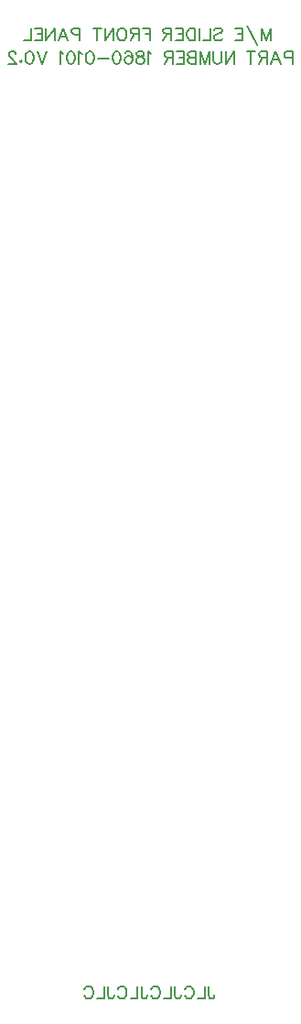
<source format=gbo>
G04 Layer: BottomSilkscreenLayer*
G04 EasyEDA v6.5.29, 2023-07-16 15:11:24*
G04 63e7fe2a966c4c1a99b2cd883c34ad4b,5a6b42c53f6a479593ecc07194224c93,10*
G04 Gerber Generator version 0.2*
G04 Scale: 100 percent, Rotated: No, Reflected: No *
G04 Dimensions in millimeters *
G04 leading zeros omitted , absolute positions ,4 integer and 5 decimal *
%FSLAX45Y45*%
%MOMM*%

%ADD10C,0.2032*%

%LPD*%
D10*
X2806700Y11843189D02*
G01*
X2806700Y11728645D01*
X2806700Y11843189D02*
G01*
X2757609Y11843189D01*
X2741246Y11837736D01*
X2735790Y11832282D01*
X2730337Y11821373D01*
X2730337Y11805008D01*
X2735790Y11794098D01*
X2741246Y11788645D01*
X2757609Y11783189D01*
X2806700Y11783189D01*
X2650700Y11843189D02*
G01*
X2694335Y11728645D01*
X2650700Y11843189D02*
G01*
X2607063Y11728645D01*
X2677972Y11766826D02*
G01*
X2623428Y11766826D01*
X2571064Y11843189D02*
G01*
X2571064Y11728645D01*
X2571064Y11843189D02*
G01*
X2521973Y11843189D01*
X2505610Y11837736D01*
X2500155Y11832282D01*
X2494701Y11821373D01*
X2494701Y11810464D01*
X2500155Y11799554D01*
X2505610Y11794098D01*
X2521973Y11788645D01*
X2571064Y11788645D01*
X2532882Y11788645D02*
G01*
X2494701Y11728645D01*
X2420518Y11843189D02*
G01*
X2420518Y11728645D01*
X2458699Y11843189D02*
G01*
X2382337Y11843189D01*
X2262337Y11843189D02*
G01*
X2262337Y11728645D01*
X2262337Y11843189D02*
G01*
X2185974Y11728645D01*
X2185974Y11843189D02*
G01*
X2185974Y11728645D01*
X2149972Y11843189D02*
G01*
X2149972Y11761373D01*
X2144519Y11745008D01*
X2133610Y11734098D01*
X2117247Y11728645D01*
X2106338Y11728645D01*
X2089972Y11734098D01*
X2079066Y11745008D01*
X2073610Y11761373D01*
X2073610Y11843189D01*
X2037610Y11843189D02*
G01*
X2037610Y11728645D01*
X2037610Y11843189D02*
G01*
X1993973Y11728645D01*
X1950338Y11843189D02*
G01*
X1993973Y11728645D01*
X1950338Y11843189D02*
G01*
X1950338Y11728645D01*
X1914337Y11843189D02*
G01*
X1914337Y11728645D01*
X1914337Y11843189D02*
G01*
X1865246Y11843189D01*
X1848883Y11837736D01*
X1843430Y11832282D01*
X1837974Y11821373D01*
X1837974Y11810464D01*
X1843430Y11799554D01*
X1848883Y11794098D01*
X1865246Y11788645D01*
X1914337Y11788645D02*
G01*
X1865246Y11788645D01*
X1848883Y11783189D01*
X1843430Y11777736D01*
X1837974Y11766826D01*
X1837974Y11750464D01*
X1843430Y11739554D01*
X1848883Y11734098D01*
X1865246Y11728645D01*
X1914337Y11728645D01*
X1801975Y11843189D02*
G01*
X1801975Y11728645D01*
X1801975Y11843189D02*
G01*
X1731065Y11843189D01*
X1801975Y11788645D02*
G01*
X1758337Y11788645D01*
X1801975Y11728645D02*
G01*
X1731065Y11728645D01*
X1695066Y11843189D02*
G01*
X1695066Y11728645D01*
X1695066Y11843189D02*
G01*
X1645975Y11843189D01*
X1629610Y11837736D01*
X1624157Y11832282D01*
X1618701Y11821373D01*
X1618701Y11810464D01*
X1624157Y11799554D01*
X1629610Y11794098D01*
X1645975Y11788645D01*
X1695066Y11788645D01*
X1656885Y11788645D02*
G01*
X1618701Y11728645D01*
X1498701Y11821373D02*
G01*
X1487792Y11826826D01*
X1471429Y11843189D01*
X1471429Y11728645D01*
X1408158Y11843189D02*
G01*
X1424520Y11837736D01*
X1429974Y11826826D01*
X1429974Y11815917D01*
X1424520Y11805008D01*
X1413611Y11799554D01*
X1391793Y11794098D01*
X1375430Y11788645D01*
X1364521Y11777736D01*
X1359067Y11766826D01*
X1359067Y11750464D01*
X1364521Y11739554D01*
X1369974Y11734098D01*
X1386339Y11728645D01*
X1408158Y11728645D01*
X1424520Y11734098D01*
X1429974Y11739554D01*
X1435430Y11750464D01*
X1435430Y11766826D01*
X1429974Y11777736D01*
X1419067Y11788645D01*
X1402702Y11794098D01*
X1380883Y11799554D01*
X1369974Y11805008D01*
X1364521Y11815917D01*
X1364521Y11826826D01*
X1369974Y11837736D01*
X1386339Y11843189D01*
X1408158Y11843189D01*
X1257612Y11826826D02*
G01*
X1263065Y11837736D01*
X1279431Y11843189D01*
X1290340Y11843189D01*
X1306702Y11837736D01*
X1317612Y11821373D01*
X1323065Y11794098D01*
X1323065Y11766826D01*
X1317612Y11745008D01*
X1306702Y11734098D01*
X1290340Y11728645D01*
X1284884Y11728645D01*
X1268521Y11734098D01*
X1257612Y11745008D01*
X1252156Y11761373D01*
X1252156Y11766826D01*
X1257612Y11783189D01*
X1268521Y11794098D01*
X1284884Y11799554D01*
X1290340Y11799554D01*
X1306702Y11794098D01*
X1317612Y11783189D01*
X1323065Y11766826D01*
X1183431Y11843189D02*
G01*
X1199794Y11837736D01*
X1210703Y11821373D01*
X1216157Y11794098D01*
X1216157Y11777736D01*
X1210703Y11750464D01*
X1199794Y11734098D01*
X1183431Y11728645D01*
X1172522Y11728645D01*
X1156157Y11734098D01*
X1145247Y11750464D01*
X1139794Y11777736D01*
X1139794Y11794098D01*
X1145247Y11821373D01*
X1156157Y11837736D01*
X1172522Y11843189D01*
X1183431Y11843189D01*
X1103795Y11777736D02*
G01*
X1005613Y11777736D01*
X936886Y11843189D02*
G01*
X953249Y11837736D01*
X964158Y11821373D01*
X969611Y11794098D01*
X969611Y11777736D01*
X964158Y11750464D01*
X953249Y11734098D01*
X936886Y11728645D01*
X925977Y11728645D01*
X909612Y11734098D01*
X898702Y11750464D01*
X893249Y11777736D01*
X893249Y11794098D01*
X898702Y11821373D01*
X909612Y11837736D01*
X925977Y11843189D01*
X936886Y11843189D01*
X857250Y11821373D02*
G01*
X846340Y11826826D01*
X829975Y11843189D01*
X829975Y11728645D01*
X761250Y11843189D02*
G01*
X777613Y11837736D01*
X788522Y11821373D01*
X793976Y11794098D01*
X793976Y11777736D01*
X788522Y11750464D01*
X777613Y11734098D01*
X761250Y11728645D01*
X750341Y11728645D01*
X733976Y11734098D01*
X723066Y11750464D01*
X717613Y11777736D01*
X717613Y11794098D01*
X723066Y11821373D01*
X733976Y11837736D01*
X750341Y11843189D01*
X761250Y11843189D01*
X681614Y11821373D02*
G01*
X670704Y11826826D01*
X654339Y11843189D01*
X654339Y11728645D01*
X534339Y11843189D02*
G01*
X490705Y11728645D01*
X447067Y11843189D02*
G01*
X490705Y11728645D01*
X378340Y11843189D02*
G01*
X394705Y11837736D01*
X405615Y11821373D01*
X411068Y11794098D01*
X411068Y11777736D01*
X405615Y11750464D01*
X394705Y11734098D01*
X378340Y11728645D01*
X367431Y11728645D01*
X351068Y11734098D01*
X340159Y11750464D01*
X334705Y11777736D01*
X334705Y11794098D01*
X340159Y11821373D01*
X351068Y11837736D01*
X367431Y11843189D01*
X378340Y11843189D01*
X293250Y11755917D02*
G01*
X298704Y11750464D01*
X293250Y11745008D01*
X287794Y11750464D01*
X293250Y11755917D01*
X246341Y11815917D02*
G01*
X246341Y11821373D01*
X240885Y11832282D01*
X235432Y11837736D01*
X224523Y11843189D01*
X202704Y11843189D01*
X191795Y11837736D01*
X186342Y11832282D01*
X180886Y11821373D01*
X180886Y11810464D01*
X186342Y11799554D01*
X197251Y11783189D01*
X251795Y11728645D01*
X175432Y11728645D01*
X2028190Y3194557D02*
G01*
X2028190Y3107181D01*
X2033777Y3090926D01*
X2039111Y3085337D01*
X2050034Y3080004D01*
X2060956Y3080004D01*
X2071877Y3085337D01*
X2077465Y3090926D01*
X2082800Y3107181D01*
X2082800Y3118104D01*
X1992375Y3194557D02*
G01*
X1992375Y3080004D01*
X1992375Y3080004D02*
G01*
X1926843Y3080004D01*
X1808988Y3167126D02*
G01*
X1814322Y3178047D01*
X1825243Y3188970D01*
X1836165Y3194557D01*
X1858009Y3194557D01*
X1868931Y3188970D01*
X1879854Y3178047D01*
X1885441Y3167126D01*
X1890775Y3150870D01*
X1890775Y3123692D01*
X1885441Y3107181D01*
X1879854Y3096260D01*
X1868931Y3085337D01*
X1858009Y3080004D01*
X1836165Y3080004D01*
X1825243Y3085337D01*
X1814322Y3096260D01*
X1808988Y3107181D01*
X1718563Y3194557D02*
G01*
X1718563Y3107181D01*
X1723897Y3090926D01*
X1729231Y3085337D01*
X1740154Y3080004D01*
X1751075Y3080004D01*
X1761997Y3085337D01*
X1767586Y3090926D01*
X1772920Y3107181D01*
X1772920Y3118104D01*
X1682495Y3194557D02*
G01*
X1682495Y3080004D01*
X1682495Y3080004D02*
G01*
X1616963Y3080004D01*
X1499108Y3167126D02*
G01*
X1504695Y3178047D01*
X1515618Y3188970D01*
X1526540Y3194557D01*
X1548129Y3194557D01*
X1559052Y3188970D01*
X1569974Y3178047D01*
X1575561Y3167126D01*
X1580895Y3150870D01*
X1580895Y3123692D01*
X1575561Y3107181D01*
X1569974Y3096260D01*
X1559052Y3085337D01*
X1548129Y3080004D01*
X1526540Y3080004D01*
X1515618Y3085337D01*
X1504695Y3096260D01*
X1499108Y3107181D01*
X1408684Y3194557D02*
G01*
X1408684Y3107181D01*
X1414018Y3090926D01*
X1419606Y3085337D01*
X1430527Y3080004D01*
X1441450Y3080004D01*
X1452372Y3085337D01*
X1457706Y3090926D01*
X1463040Y3107181D01*
X1463040Y3118104D01*
X1372615Y3194557D02*
G01*
X1372615Y3080004D01*
X1372615Y3080004D02*
G01*
X1307084Y3080004D01*
X1189227Y3167126D02*
G01*
X1194815Y3178047D01*
X1205738Y3188970D01*
X1216659Y3194557D01*
X1238504Y3194557D01*
X1249425Y3188970D01*
X1260347Y3178047D01*
X1265681Y3167126D01*
X1271270Y3150870D01*
X1271270Y3123692D01*
X1265681Y3107181D01*
X1260347Y3096260D01*
X1249425Y3085337D01*
X1238504Y3080004D01*
X1216659Y3080004D01*
X1205738Y3085337D01*
X1194815Y3096260D01*
X1189227Y3107181D01*
X1098804Y3194557D02*
G01*
X1098804Y3107181D01*
X1104138Y3090926D01*
X1109725Y3085337D01*
X1120647Y3080004D01*
X1131570Y3080004D01*
X1142491Y3085337D01*
X1147825Y3090926D01*
X1153413Y3107181D01*
X1153413Y3118104D01*
X1062736Y3194557D02*
G01*
X1062736Y3080004D01*
X1062736Y3080004D02*
G01*
X997458Y3080004D01*
X879602Y3167126D02*
G01*
X884936Y3178047D01*
X895858Y3188970D01*
X906779Y3194557D01*
X928624Y3194557D01*
X939545Y3188970D01*
X950468Y3178047D01*
X955802Y3167126D01*
X961390Y3150870D01*
X961390Y3123692D01*
X955802Y3107181D01*
X950468Y3096260D01*
X939545Y3085337D01*
X928624Y3080004D01*
X906779Y3080004D01*
X895858Y3085337D01*
X884936Y3096260D01*
X879602Y3107181D01*
X2603500Y12059089D02*
G01*
X2603500Y11944545D01*
X2603500Y12059089D02*
G01*
X2559862Y11944545D01*
X2516228Y12059089D02*
G01*
X2559862Y11944545D01*
X2516228Y12059089D02*
G01*
X2516228Y11944545D01*
X2382045Y12080908D02*
G01*
X2480228Y11906364D01*
X2346045Y12059089D02*
G01*
X2346045Y11944545D01*
X2346045Y12059089D02*
G01*
X2275136Y12059089D01*
X2346045Y12004545D02*
G01*
X2302410Y12004545D01*
X2346045Y11944545D02*
G01*
X2275136Y11944545D01*
X2078774Y12042726D02*
G01*
X2089683Y12053636D01*
X2106046Y12059089D01*
X2127864Y12059089D01*
X2144227Y12053636D01*
X2155136Y12042726D01*
X2155136Y12031817D01*
X2149683Y12020908D01*
X2144227Y12015454D01*
X2133318Y12009998D01*
X2100592Y11999089D01*
X2089683Y11993636D01*
X2084227Y11988182D01*
X2078774Y11977273D01*
X2078774Y11960908D01*
X2089683Y11949998D01*
X2106046Y11944545D01*
X2127864Y11944545D01*
X2144227Y11949998D01*
X2155136Y11960908D01*
X2042774Y12059089D02*
G01*
X2042774Y11944545D01*
X2042774Y11944545D02*
G01*
X1977318Y11944545D01*
X1941319Y12059089D02*
G01*
X1941319Y11944545D01*
X1905320Y12059089D02*
G01*
X1905320Y11944545D01*
X1905320Y12059089D02*
G01*
X1867138Y12059089D01*
X1850773Y12053636D01*
X1839864Y12042726D01*
X1834410Y12031817D01*
X1828954Y12015454D01*
X1828954Y11988182D01*
X1834410Y11971817D01*
X1839864Y11960908D01*
X1850773Y11949998D01*
X1867138Y11944545D01*
X1905320Y11944545D01*
X1792955Y12059089D02*
G01*
X1792955Y11944545D01*
X1792955Y12059089D02*
G01*
X1722046Y12059089D01*
X1792955Y12004545D02*
G01*
X1749320Y12004545D01*
X1792955Y11944545D02*
G01*
X1722046Y11944545D01*
X1686046Y12059089D02*
G01*
X1686046Y11944545D01*
X1686046Y12059089D02*
G01*
X1636956Y12059089D01*
X1620593Y12053636D01*
X1615137Y12048182D01*
X1609684Y12037273D01*
X1609684Y12026364D01*
X1615137Y12015454D01*
X1620593Y12009998D01*
X1636956Y12004545D01*
X1686046Y12004545D01*
X1647865Y12004545D02*
G01*
X1609684Y11944545D01*
X1489684Y12059089D02*
G01*
X1489684Y11944545D01*
X1489684Y12059089D02*
G01*
X1418775Y12059089D01*
X1489684Y12004545D02*
G01*
X1446047Y12004545D01*
X1382775Y12059089D02*
G01*
X1382775Y11944545D01*
X1382775Y12059089D02*
G01*
X1333685Y12059089D01*
X1317320Y12053636D01*
X1311866Y12048182D01*
X1306410Y12037273D01*
X1306410Y12026364D01*
X1311866Y12015454D01*
X1317320Y12009998D01*
X1333685Y12004545D01*
X1382775Y12004545D01*
X1344592Y12004545D02*
G01*
X1306410Y11944545D01*
X1237683Y12059089D02*
G01*
X1248592Y12053636D01*
X1259502Y12042726D01*
X1264958Y12031817D01*
X1270411Y12015454D01*
X1270411Y11988182D01*
X1264958Y11971817D01*
X1259502Y11960908D01*
X1248592Y11949998D01*
X1237683Y11944545D01*
X1215867Y11944545D01*
X1204958Y11949998D01*
X1194048Y11960908D01*
X1188593Y11971817D01*
X1183139Y11988182D01*
X1183139Y12015454D01*
X1188593Y12031817D01*
X1194048Y12042726D01*
X1204958Y12053636D01*
X1215867Y12059089D01*
X1237683Y12059089D01*
X1147140Y12059089D02*
G01*
X1147140Y11944545D01*
X1147140Y12059089D02*
G01*
X1070775Y11944545D01*
X1070775Y12059089D02*
G01*
X1070775Y11944545D01*
X996594Y12059089D02*
G01*
X996594Y11944545D01*
X1034775Y12059089D02*
G01*
X958413Y12059089D01*
X838413Y12059089D02*
G01*
X838413Y11944545D01*
X838413Y12059089D02*
G01*
X789322Y12059089D01*
X772957Y12053636D01*
X767504Y12048182D01*
X762048Y12037273D01*
X762048Y12020908D01*
X767504Y12009998D01*
X772957Y12004545D01*
X789322Y11999089D01*
X838413Y11999089D01*
X682414Y12059089D02*
G01*
X726048Y11944545D01*
X682414Y12059089D02*
G01*
X638776Y11944545D01*
X709686Y11982726D02*
G01*
X655139Y11982726D01*
X602777Y12059089D02*
G01*
X602777Y11944545D01*
X602777Y12059089D02*
G01*
X526412Y11944545D01*
X526412Y12059089D02*
G01*
X526412Y11944545D01*
X490413Y12059089D02*
G01*
X490413Y11944545D01*
X490413Y12059089D02*
G01*
X419503Y12059089D01*
X490413Y12004545D02*
G01*
X446775Y12004545D01*
X490413Y11944545D02*
G01*
X419503Y11944545D01*
X383504Y12059089D02*
G01*
X383504Y11944545D01*
X383504Y11944545D02*
G01*
X318051Y11944545D01*
M02*

</source>
